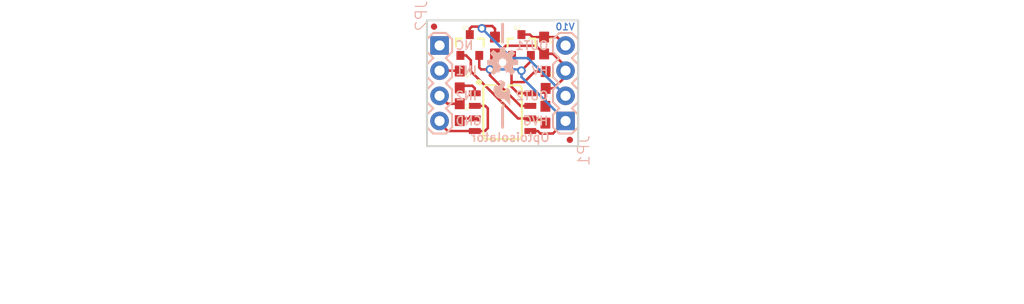
<source format=kicad_pcb>
(kicad_pcb (version 20211014) (generator pcbnew)
  (layers (0 "F.Cu" signal) (31 "B.Cu" signal) (34 "B.Paste" user) (35 "F.Paste" user) (36 "B.SilkS" user "B.Silkscreen") (37 "F.SilkS" user "F.Silkscreen") (38 "B.Mask" user) (39 "F.Mask" user) (44 "Edge.Cuts" user))
  (net 0 "")
  (net 1 "N$1")
  (net 2 "N$2")
  (net 3 "GND")
  (net 4 "VCC")
  (net 5 "HV-GND")
  (net 6 "IN2")
  (net 7 "IN1")
  (net 8 "OUT2N")
  (net 9 "OUT1N")
  (net 10 "OUT1")
  (net 11 "OUT2")
  (footprint "boardEagle:0603" (layer "F.Cu") (at 152.6921 101.1936 -90)
    (fp_text reference "R6" (at -0.889 -0.6985 90) (layer "F.SilkS") (effects (font (size 0.367386 0.367386) (thickness 0.039014)) (justify right)))
    (fp_text value "10k")
    (pad "1" smd roundrect (at -0.85 0 270) (size 1.1 1) (layers "F.Cu" "F.Paste" "F.Mask") (roundrect_rratio 0.0508) (net 10 "OUT1"))
    (pad "2" smd roundrect (at 0.85 0 270) (size 1.1 1) (layers "F.Cu" "F.Paste" "F.Mask") (roundrect_rratio 0.0508) (net 4 "VCC"))
  )
  (footprint "boardEagle:0603" (layer "F.Cu") (at 144.1831 104.6226 -90)
    (fp_text reference "R1" (at -0.889 -0.762 90) (layer "F.SilkS") (effects (font (size 0.367386 0.367386) (thickness 0.039014)) (justify right)))
    (fp_text value "220")
    (pad "1" smd roundrect (at -0.85 0 270) (size 1.1 1) (layers "F.Cu" "F.Paste" "F.Mask") (roundrect_rratio 0.0508) (net 7 "IN1"))
    (pad "2" smd roundrect (at 0.85 0 270) (size 1.1 1) (layers "F.Cu" "F.Paste" "F.Mask") (roundrect_rratio 0.0508) (net 1 "N$1"))
  )
  (footprint "boardEagle:MICRO-FIDUCIAL" (layer "F.Cu") (at 141.5923 99.2886)
    (fp_text reference "U$2" hide)
    (fp_text value "FIDUCIALUFIDUCIAL" hide)
    (pad "1" smd roundrect (at 0 0) (size 0.635 0.635) (layers "F.Cu" "F.Mask") (roundrect_rratio 0.5))
  )
  (footprint "boardEagle:0603" (layer "F.Cu") (at 147.7391 101.1936 -90)
    (fp_text reference "R5" (at -0.889 -0.6985 90) (layer "F.SilkS") (effects (font (size 0.367386 0.367386) (thickness 0.039014)) (justify right)))
    (fp_text value "10k")
    (pad "1" smd roundrect (at -0.85 0 270) (size 1.1 1) (layers "F.Cu" "F.Paste" "F.Mask") (roundrect_rratio 0.0508) (net 11 "OUT2"))
    (pad "2" smd roundrect (at 0.85 0 270) (size 1.1 1) (layers "F.Cu" "F.Paste" "F.Mask") (roundrect_rratio 0.0508) (net 4 "VCC"))
  )
  (footprint "boardEagle:0603" (layer "F.Cu") (at 144.1831 107.9246 -90)
    (fp_text reference "R2" (at -0.889 -0.762 90) (layer "F.SilkS") (effects (font (size 0.367386 0.367386) (thickness 0.039014)) (justify right)))
    (fp_text value "220")
    (pad "1" smd roundrect (at -0.85 0 270) (size 1.1 1) (layers "F.Cu" "F.Paste" "F.Mask") (roundrect_rratio 0.0508) (net 6 "IN2"))
    (pad "2" smd roundrect (at 0.85 0 270) (size 1.1 1) (layers "F.Cu" "F.Paste" "F.Mask") (roundrect_rratio 0.0508) (net 2 "N$2"))
  )
  (footprint "boardEagle:SO08" (layer "F.Cu") (at 148.5011 107.9246 -90)
    (fp_text reference "U1" (at -1.27 0 90) (layer "F.SilkS") (effects (font (size 0.367386 0.367386) (thickness 0.039014)) (justify right)))
    (fp_text value "ILD213T-IDL213T")
    (fp_line (start -2.7178 -1.4526) (end -2.7178 -0.6096) (layer "F.SilkS") (width 0.2032))
    (fp_line (start -2.7178 1.6653) (end -2.7178 0.6604) (layer "F.SilkS") (width 0.2032))
    (fp_line (start -2.3368 1.9463) (end 2.4368 1.9463) (layer "F.SilkS") (width 0.2032))
    (fp_line (start 2.3368 -1.9463) (end -2.3368 -1.9463) (layer "F.SilkS") (width 0.2032))
    (fp_line (start 2.7178 1.5653) (end 2.7178 -1.5653) (layer "F.SilkS") (width 0.2032))
    (fp_arc (start -2.667 -0.6096) (mid -2.032 0.0254) (end -2.667 0.6604) (layer "F.SilkS") (width 0.2032))
    (fp_arc (start -2.7178 -1.4653) (mid -2.626948 -1.784731) (end -2.3368 -1.9463) (layer "F.SilkS") (width 0.2032))
    (fp_arc (start 2.7178 1.5653) (mid 2.656208 1.813997) (end 2.4368 1.9463) (layer "F.SilkS") (width 0.2032))
    (fp_arc (start -2.336799 1.946301) (mid -2.58554 1.884767) (end -2.7178 1.6653) (layer "F.SilkS") (width 0.2032))
    (fp_arc (start 2.3368 -1.9463) (mid 2.606237 -1.834736) (end 2.7178 -1.565298) (layer "F.SilkS") (width 0.2032))
    (fp_poly (pts (xy -2.790902 2.155718) (xy -2.721722 2.259252) (xy -2.697429 2.38138) (xy -2.790718 2.606598) (xy -2.894252 2.675778) (xy -3.01638 2.700071) (xy -3.241598 2.606782) (xy -3.310778 2.503248) (xy -3.335071 2.38112) (xy -3.241782 2.155902) (xy -3.138248 2.086722) (xy -3.01612 2.062429)) (layer "F.SilkS") (width 0) (fill solid))
    (pad "1" smd roundrect (at -1.905 2.8 270) (size 0.6 1.2) (layers "F.Cu" "F.Paste" "F.Mask") (roundrect_rratio 0.08466666667) (net 1 "N$1"))
    (pad "2" smd roundrect (at -0.635 2.8 270) (size 0.6 1.2) (layers "F.Cu" "F.Paste" "F.Mask") (roundrect_rratio 0.08466666667) (net 3 "GND"))
    (pad "3" smd roundrect (at 0.635 2.8 270) (size 0.6 1.2) (layers "F.Cu" "F.Paste" "F.Mask") (roundrect_rratio 0.08466666667) (net 2 "N$2"))
    (pad "4" smd roundrect (at 1.905 2.8 270) (size 0.6 1.2) (layers "F.Cu" "F.Paste" "F.Mask") (roundrect_rratio 0.08466666667) (net 3 "GND"))
    (pad "5" smd roundrect (at 1.905 -2.8 270) (size 0.6 1.2) (layers "F.Cu" "F.Paste" "F.Mask") (roundrect_rratio 0.08466666667) (net 5 "HV-GND"))
    (pad "6" smd roundrect (at 0.635 -2.8 270) (size 0.6 1.2) (layers "F.Cu" "F.Paste" "F.Mask") (roundrect_rratio 0.08466666667) (net 8 "OUT2N"))
    (pad "7" smd roundrect (at -0.635 -2.8 270) (size 0.6 1.2) (layers "F.Cu" "F.Paste" "F.Mask") (roundrect_rratio 0.08466666667) (net 5 "HV-GND"))
    (pad "8" smd roundrect (at -1.905 -2.8 270) (size 0.6 1.2) (layers "F.Cu" "F.Paste" "F.Mask") (roundrect_rratio 0.08466666667) (net 9 "OUT1N"))
  )
  (footprint "boardEagle:SOT23-3" (layer "F.Cu") (at 145.1991 101.1936)
    (fp_text reference "Q1" (at -0.8255 -1.778) (layer "F.SilkS") (effects (font (size 0.376489 0.376489) (thickness 0.029911)) (justify left)))
    (fp_text value "NPN")
    (fp_line (start -1.4 -0.7) (end -1.4 0.1) (layer "F.SilkS") (width 0.2032))
    (fp_line (start -0.8 -0.7) (end -1.4 -0.7) (layer "F.SilkS") (width 0.2032))
    (fp_line (start 0.8 -0.7) (end 1.4 -0.7) (layer "F.SilkS") (width 0.2032))
    (fp_line (start 1.4 -0.7) (end 1.4 0.1) (layer "F.SilkS") (width 0.2032))
    (pad "1" smd roundrect (at -0.95 1) (size 0.8 0.9) (layers "F.Cu" "F.Paste" "F.Mask") (roundrect_rratio 0.0635) (net 8 "OUT2N"))
    (pad "2" smd roundrect (at 0.95 1) (size 0.8 0.9) (layers "F.Cu" "F.Paste" "F.Mask") (roundrect_rratio 0.0635) (net 5 "HV-GND"))
    (pad "3" smd roundrect (at 0 -1.1) (size 0.8 0.9) (layers "F.Cu" "F.Paste" "F.Mask") (roundrect_rratio 0.0635) (net 11 "OUT2"))
  )
  (footprint "boardEagle:SOT23-3" (layer "F.Cu") (at 150.4061 101.1936)
    (fp_text reference "Q2" (at -0.8255 -1.778) (layer "F.SilkS") (effects (font (size 0.376489 0.376489) (thickness 0.029911)) (justify left)))
    (fp_text value "NPN")
    (fp_line (start 0.8 -0.7) (end 1.4 -0.7) (layer "F.SilkS") (width 0.2032))
    (fp_line (start 1.4 -0.7) (end 1.4 0.1) (layer "F.SilkS") (width 0.2032))
    (fp_line (start -0.8 -0.7) (end -1.4 -0.7) (layer "F.SilkS") (width 0.2032))
    (fp_line (start -1.4 -0.7) (end -1.4 0.1) (layer "F.SilkS") (width 0.2032))
    (pad "1" smd roundrect (at -0.95 1) (size 0.8 0.9) (layers "F.Cu" "F.Paste" "F.Mask") (roundrect_rratio 0.0635) (net 9 "OUT1N"))
    (pad "2" smd roundrect (at 0.95 1) (size 0.8 0.9) (layers "F.Cu" "F.Paste" "F.Mask") (roundrect_rratio 0.0635) (net 5 "HV-GND"))
    (pad "3" smd roundrect (at 0 -1.1) (size 0.8 0.9) (layers "F.Cu" "F.Paste" "F.Mask") (roundrect_rratio 0.0635) (net 10 "OUT1"))
  )
  (footprint "boardEagle:0603" (layer "F.Cu") (at 152.8445 104.6734 -90)
    (fp_text reference "R3" (at -0.889 -0.6985 90) (layer "F.SilkS") (effects (font (size 0.367386 0.367386) (thickness 0.039014)) (justify right)))
    (fp_text value "10k")
    (pad "1" smd roundrect (at -0.85 0 270) (size 1.1 1) (layers "F.Cu" "F.Paste" "F.Mask") (roundrect_rratio 0.0508) (net 9 "OUT1N"))
    (pad "2" smd roundrect (at 0.85 0 270) (size 1.1 1) (layers "F.Cu" "F.Paste" "F.Mask") (roundrect_rratio 0.0508) (net 4 "VCC"))
  )
  (footprint "boardEagle:CREATIVE_COMMONS" (layer "F.Cu") (at 118.159513 124.0536)
    (fp_text reference "FRAME1" hide)
    (fp_text value "" hide)
  )
  (footprint "boardEagle:MICRO-FIDUCIAL" (layer "F.Cu") (at 155.2829 110.7186)
    (fp_text reference "U$3" hide)
    (fp_text value "FIDUCIALUFIDUCIAL" hide)
    (pad "1" smd roundrect (at 0 0) (size 0.635 0.635) (layers "F.Cu" "F.Mask") (roundrect_rratio 0.5))
  )
  (footprint "boardEagle:0603" (layer "F.Cu") (at 152.8191 108.1786 90)
    (fp_text reference "R4" (at -0.889 -0.6985 90) (layer "F.SilkS") (effects (font (size 0.367386 0.367386) (thickness 0.039014)) (justify left)))
    (fp_text value "10k")
    (pad "1" smd roundrect (at -0.85 0 90) (size 1.1 1) (layers "F.Cu" "F.Paste" "F.Mask") (roundrect_rratio 0.0508) (net 8 "OUT2N"))
    (pad "2" smd roundrect (at 0.85 0 90) (size 1.1 1) (layers "F.Cu" "F.Paste" "F.Mask") (roundrect_rratio 0.0508) (net 4 "VCC"))
  )
  (footprint "boardEagle:OSHW-LOGO-S" (layer "B.Cu") (at 148.5044 102.902257 180)
    (fp_text reference "LOGO1" hide)
    (fp_text value "OSHW-LOGOS" hide)
    (fp_poly (pts (xy 0.301647 1.061351) (xy 0.42347 1.022344) (xy 0.537177 0.963769) (xy 0.92862 1.282946) (xy 1.282946 0.92862) (xy 0.961035 0.533823) (xy 1.057046 0.302084) (xy 1.5638 0.250561) (xy 1.5638 -0.250561) (xy 1.057046 -0.302084) (xy 0.961035 -0.533823) (xy 1.282946 -0.92862) (xy 0.92862 -1.282946) (xy 0.537177 -0.96377) (xy 0.356601 -1.056794) (xy 0.088679 -0.410073) (xy 0.326262 -0.2176) (xy 0.373649 -0.121468) (xy 0.392729 -0.010339) (xy 0.379464 0.101634) (xy 0.334947 0.205229) (xy 0.262842 0.291918) (xy 0.169087 0.354561) (xy 0.061406 0.387999) (xy -0.051342 0.38948) (xy -0.159868 0.358881) (xy -0.255234 0.298724) (xy -0.329589 0.213962) (xy -0.376813 0.111569) (xy -0.392176 0.005767) (xy -0.322923 -0.222565) (xy -0.249312 -0.303773) (xy 0.091677 -0.5081) (xy -0.12929 -0.5081) (xy -0.355332 -1.053732) (xy -0.506597 -0.983577) (xy -0.538922 -0.965192) (xy -0.92862 -1.282946) (xy -1.282946 -0.92862) (xy -0.961035 -0.533823) (xy -1.057046 -0.302084) (xy -1.5638 -0.250561) (xy -1.5638 0.250561) (xy -1.057046 0.302084) (xy -0.961035 0.533823) (xy -1.282946 0.92862) (xy -0.92862 1.282946) (xy -0.533823 0.961035) (xy -0.302084 1.057046) (xy -0.250561 1.5638) (xy 0.250561 1.5638)) (layer "B.SilkS") (width 0) (fill solid))
  )
  (footprint "boardEagle:SFE_LOGO_FLAME_.1" (layer "B.Cu") (at 149.591521 107.603291 180)
    (fp_text reference "LOGO2" hide)
    (fp_text value "SFE_LOGO_FLAME.1_INCH" hide)
    (fp_poly (pts (xy 1.401686 2.874747) (xy 1.482236 2.834472) (xy 1.542639 2.804271) (xy 1.583284 2.773787) (xy 1.602071 2.755) (xy 1.57882 2.755) (xy 1.55882 2.765) (xy 1.500617 2.765) (xy 1.461097 2.75512) (xy 1.411636 2.745228) (xy 1.37264 2.72573) (xy 1.333685 2.696514) (xy 1.314332 2.667484) (xy 1.30463 2.64808) (xy 1.295 2.61919) (xy 1.295 2.560617) (xy 1.304641 2.522052) (xy 1.343884 2.463188) (xy 1.403288 2.403784) (xy 1.442888 2.374084) (xy 1.472516 2.354332) (xy 1.511743 2.334719) (xy 1.590617 2.315) (xy 1.61919 2.315) (xy 1.647297 2.324369) (xy 1.675892 2.352964) (xy 1.68537 2.37192) (xy 1.695 2.40081) (xy 1.695 2.499021) (xy 1.78326 2.443859) (xy 1.864003 2.353022) (xy 1.934549 2.242165) (xy 1.984851 2.091257) (xy 2.015027 1.930319) (xy 2.004962 1.759209) (xy 1.954676 1.56812) (xy 1.854184 1.387235) (xy 1.783756 1.296685) (xy 1.703418 1.216347) (xy 1.622956 1.145943) (xy 1.522229 1.085506) (xy 1.421591 1.045251) (xy 1.311072 1.01511) (xy 1.190414 0.995) (xy 1.000414 0.995) (xy 0.941757 0.985224) (xy 0.843104 0.926032) (xy 0.743664 0.826592) (xy 0.683796 0.756746) (xy 0.623671 0.6866) (xy 0.563536 0.626464) (xy 0.503691 0.566619) (xy 0.453696 0.506625) (xy 0.403968 0.456896) (xy 0.373971 0.4069) (xy 0.343536 0.376464) (xy 0.325 0.357928) (xy 0.325 0.355) (xy 0.315 0.355) (xy 0.315 1.730311) (xy 0.325086 1.811003) (xy 0.345373 1.882007) (xy 0.375713 1.932572) (xy 0.406175 1.983343) (xy 0.456938 2.023953) (xy 0.497529 2.054397) (xy 0.548569 2.074813) (xy 0.599098 2.084919) (xy 0.659586 2.095) (xy 0.78118 2.095) (xy 0.802236 2.084472) (xy 0.828441 2.07137) (xy 0.812962 2.055891) (xy 0.771918 2.035369) (xy 0.742703 2.025631) (xy 0.684369 1.967297) (xy 0.675 1.93919) (xy 0.675 1.90081) (xy 0.684531 1.872218) (xy 0.703884 1.843188) (xy 0.762812 1.78426) (xy 0.811428 1.764814) (xy 0.860496 1.755) (xy 0.939383 1.755) (xy 1.017948 1.774641) (xy 1.076582 1.813731) (xy 1.115539 1.862427) (xy 1.135 1.92081) (xy 1.135 1.989092) (xy 1.105698 2.06723) (xy 1.036361 2.136568) (xy 0.95625 2.226693) (xy 0.885887 2.307107) (xy 0.835277 2.398207) (xy 0.815 2.489451) (xy 0.815 2.570811) (xy 0.845445 2.662146) (xy 0.89623 2.743402) (xy 0.98725 2.814195) (xy 1.098313 2.874775) (xy 1.209549 2.895) (xy 1.310549 2.895)) (layer "B.SilkS") (width 0) (fill solid))
  )
  (footprint "boardEagle:1X04" (layer "B.Cu") (at 154.8511 108.8136 90)
    (fp_text reference "JP1" (at -1.3462 1.8288 90) (layer "B.SilkS") (effects (font (size 1.1557 1.1557) (thickness 0.1143)) (justify left mirror)))
    (fp_text value "")
    (fp_line (start 6.985 1.27) (end 6.35 0.635) (layer "B.SilkS") (width 0.2032))
    (fp_line (start 6.985 1.27) (end 8.255 1.27) (layer "B.SilkS") (width 0.2032))
    (fp_line (start 3.175 1.27) (end 3.81 0.635) (layer "B.SilkS") (width 0.2032))
    (fp_line (start 5.715 1.27) (end 6.35 0.635) (layer "B.SilkS") (width 0.2032))
    (fp_line (start 0.635 -1.27) (end -0.635 -1.27) (layer "B.SilkS") (width 0.2032))
    (fp_line (start 8.89 0.635) (end 8.89 -0.635) (layer "B.SilkS") (width 0.2032))
    (fp_line (start -1.27 0.635) (end -1.27 -0.635) (layer "B.SilkS") (width 0.2032))
    (fp_line (start 0.635 1.27) (end 1.27 0.635) (layer "B.SilkS") (width 0.2032))
    (fp_line (start -0.635 1.27) (end 0.635 1.27) (layer "B.SilkS") (width 0.2032))
    (fp_line (start -0.635 1.27) (end -1.27 0.635) (layer "B.SilkS") (width 0.2032))
    (fp_line (start 1.905 -1.27) (end 1.27 -0.635) (layer "B.SilkS") (width 0.2032))
    (fp_line (start 3.81 0.635) (end 4.445 1.27) (layer "B.SilkS") (width 0.2032))
    (fp_line (start 8.89 -0.635) (end 8.255 -1.27) (layer "B.SilkS") (width 0.2032))
    (fp_line (start 3.81 -0.635) (end 3.175 -1.27) (layer "B.SilkS") (width 0.2032))
    (fp_line (start 1.27 -0.635) (end 0.635 -1.27) (layer "B.SilkS") (width 0.2032))
    (fp_line (start 4.445 -1.27) (end 3.81 -0.635) (layer "B.SilkS") (width 0.2032))
    (fp_line (start 6.35 -0.635) (end 6.985 -1.27) (layer "B.SilkS") (width 0.2032))
    (fp_line (start 6.35 -0.635) (end 5.715 -1.27) (layer "B.SilkS") (width 0.2032))
    (fp_line (start 3.175 -1.27) (end 1.905 -1.27) (layer "B.SilkS") (width 0.2032))
    (fp_line (start 1.27 0.635) (end 1.905 1.27) (layer "B.SilkS") (width 0.2032))
    (fp_line (start -1.27 -0.635) (end -0.635 -1.27) (layer "B.SilkS") (width 0.2032))
    (fp_line (start 5.715 -1.27) (end 4.445 -1.27) (layer "B.SilkS") (width 0.2032))
    (fp_line (start 1.905 1.27) (end 3.175 1.27) (layer "B.SilkS") (width 0.2032))
    (fp_line (start 8.255 -1.27) (end 6.985 -1.27) (layer "B.SilkS") (width 0.2032))
    (fp_line (start 8.255 1.27) (end 8.89 0.635) (layer "B.SilkS") (width 0.2032))
    (fp_line (start 4.445 1.27) (end 5.715 1.27) (layer "B.SilkS") (width 0.2032))
    (pad "1" thru_hole rect (at 0 0) (size 1.8796 1.8796) (drill 1.016) (layers *.Cu *.Mask) (net 5 "HV-GND"))
    (pad "2" thru_hole circle (at 2.54 0) (size 1.8796 1.8796) (drill 1.016) (layers *.Cu *.Mask) (net 11 "OUT2"))
    (pad "3" thru_hole circle (at 5.08 0) (size 1.8796 1.8796) (drill 1.016) (layers *.Cu *.Mask) (net 4 "VCC"))
    (pad "4" thru_hole circle (at 7.62 0) (size 1.8796 1.8796) (drill 1.016) (layers *.Cu *.Mask) (net 10 "OUT1"))
  )
  (footprint "boardEagle:1X04" (layer "B.Cu") (at 142.1511 101.1936 -90)
    (fp_text reference "JP2" (at -1.3462 1.8288 -270) (layer "B.SilkS") (effects (font (size 1.1557 1.1557) (thickness 0.1143)) (justify right mirror)))
    (fp_text value "")
    (fp_line (start 3.175 -1.27) (end 1.905 -1.27) (layer "B.SilkS") (width 0.2032))
    (fp_line (start 4.445 1.27) (end 5.715 1.27) (layer "B.SilkS") (width 0.2032))
    (fp_line (start -1.27 0.635) (end -1.27 -0.635) (layer "B.SilkS") (width 0.2032))
    (fp_line (start 6.35 -0.635) (end 6.985 -1.27) (layer "B.SilkS") (width 0.2032))
    (fp_line (start 8.255 1.27) (end 8.89 0.635) (layer "B.SilkS") (width 0.2032))
    (fp_line (start 0.635 -1.27) (end -0.635 -1.27) (layer "B.SilkS") (width 0.2032))
    (fp_line (start 3.175 1.27) (end 3.81 0.635) (layer "B.SilkS") (width 0.2032))
    (fp_line (start 4.445 -1.27) (end 3.81 -0.635) (layer "B.SilkS") (width 0.2032))
    (fp_line (start 6.985 1.27) (end 8.255 1.27) (layer "B.SilkS") (width 0.2032))
    (fp_line (start 1.27 0.635) (end 1.905 1.27) (layer "B.SilkS") (width 0.2032))
    (fp_line (start -0.635 1.27) (end -1.27 0.635) (layer "B.SilkS") (width 0.2032))
    (fp_line (start 8.255 -1.27) (end 6.985 -1.27) (layer "B.SilkS") (width 0.2032))
    (fp_line (start 6.35 -0.635) (end 5.715 -1.27) (layer "B.SilkS") (width 0.2032))
    (fp_line (start 0.635 1.27) (end 1.27 0.635) (layer "B.SilkS") (width 0.2032))
    (fp_line (start 3.81 0.635) (end 4.445 1.27) (layer "B.SilkS") (width 0.2032))
    (fp_line (start 1.905 1.27) (end 3.175 1.27) (layer "B.SilkS") (width 0.2032))
    (fp_line (start 3.81 -0.635) (end 3.175 -1.27) (layer "B.SilkS") (width 0.2032))
    (fp_line (start 5.715 -1.27) (end 4.445 -1.27) (layer "B.SilkS") (width 0.2032))
    (fp_line (start -1.27 -0.635) (end -0.635 -1.27) (layer "B.SilkS") (width 0.2032))
    (fp_line (start 5.715 1.27) (end 6.35 0.635) (layer "B.SilkS") (width 0.2032))
    (fp_line (start -0.635 1.27) (end 0.635 1.27) (layer "B.SilkS") (width 0.2032))
    (fp_line (start 8.89 0.635) (end 8.89 -0.635) (layer "B.SilkS") (width 0.2032))
    (fp_line (start 1.905 -1.27) (end 1.27 -0.635) (layer "B.SilkS") (width 0.2032))
    (fp_line (start 6.985 1.27) (end 6.35 0.635) (layer "B.SilkS") (width 0.2032))
    (fp_line (start 1.27 -0.635) (end 0.635 -1.27) (layer "B.SilkS") (width 0.2032))
    (fp_line (start 8.89 -0.635) (end 8.255 -1.27) (layer "B.SilkS") (width 0.2032))
    (pad "1" thru_hole rect (at 0 0 180) (size 1.8796 1.8796) (drill 1.016) (layers *.Cu *.Mask))
    (pad "2" thru_hole circle (at 2.54 0 180) (size 1.8796 1.8796) (drill 1.016) (layers *.Cu *.Mask) (net 7 "IN1"))
    (pad "3" thru_hole circle (at 5.08 0 180) (size 1.8796 1.8796) (drill 1.016) (layers *.Cu *.Mask) (net 6 "IN2"))
    (pad "4" thru_hole circle (at 7.62 0 180) (size 1.8796 1.8796) (drill 1.016) (layers *.Cu *.Mask) (net 3 "GND"))
  )
  (gr_line (start 148.5011 107.442) (end 148.5011 109.4486) (layer "B.SilkS") (width 0.3048))
  (gr_line (start 148.5011 99.0346) (end 148.5011 100.838) (layer "B.SilkS") (width 0.3048))
  (gr_line (start 140.8811 98.6536) (end 140.8811 111.3536) (layer "Edge.Cuts") (width 0.2032))
  (gr_line (start 140.8811 111.3536) (end 156.1211 111.3536) (layer "Edge.Cuts") (width 0.2032))
  (gr_line (start 156.1211 111.3536) (end 156.1211 98.6536) (layer "Edge.Cuts") (width 0.2032))
  (gr_line (start 156.1211 98.6536) (end 140.8811 98.6536) (layer "Edge.Cuts") (width 0.2032))
  (gr_text "V10" (at 155.8417 99.705163) (layer "B.Cu") (effects (font (size 0.69088 0.69088) (thickness 0.12192)) (justify left bottom mirror)))
  (gr_text "IN2" (at 143.6751 105.7656) (layer "B.SilkS") (effects (font (size 0.8636 0.8636) (thickness 0.1524)) (justify right top mirror)))
  (gr_text "GND" (at 143.6751 108.3056) (layer "B.SilkS") (effects (font (size 0.8636 0.8636) (thickness 0.1524)) (justify right top mirror)))
  (gr_text "HV" (at 153.2001 104.2416) (layer "B.SilkS") (effects (font (size 0.8636 0.8636) (thickness 0.1524)) (justify left bottom mirror)))
  (gr_text "OUT2" (at 153.2001 106.7816) (layer "B.SilkS") (effects (font (size 0.8636 0.8636) (thickness 0.1524)) (justify left bottom mirror)))
  (gr_text "HVG" (at 153.2001 109.3216) (layer "B.SilkS") (effects (font (size 0.8636 0.8636) (thickness 0.1524)) (justify left bottom mirror)))
  (gr_text "OUT1" (at 153.2001 101.7016) (layer "B.SilkS") (effects (font (size 0.8636 0.8636) (thickness 0.1524)) (justify left bottom mirror)))
  (gr_text "IN1" (at 143.6751 103.2256) (layer "B.SilkS") (effects (font (size 0.8636 0.8636) (thickness 0.1524)) (justify right top mirror)))
  (gr_text "Optoisolator" (at 153.3271 110.9726) (layer "B.SilkS") (effects (font (size 0.8636 0.8636) (thickness 0.1524)) (justify left bottom mirror)))
  (gr_text "NC" (at 143.6751 100.6856) (layer "B.SilkS") (effects (font (size 0.8636 0.8636) (thickness 0.1524)) (justify right top mirror)))
  (segment (start 145.4531 105.2576) (end 144.3981 105.2576) (width 0.254) (layer "F.Cu") (net 1))
  (segment (start 144.3981 105.2576) (end 144.1831 105.4726) (width 0.254) (layer "F.Cu") (net 1))
  (segment (start 145.7011 105.5056) (end 145.4531 105.2576) (width 0.254) (layer "F.Cu") (net 1))
  (segment (start 145.7011 106.0196) (end 145.7011 105.5056) (width 0.254) (layer "F.Cu") (net 1))
  (segment (start 144.3981 108.5596) (end 144.1831 108.7746) (width 0.254) (layer "F.Cu") (net 2))
  (segment (start 145.7011 108.5596) (end 144.3981 108.5596) (width 0.254) (layer "F.Cu") (net 2))
  (segment (start 145.7011 107.2896) (end 146.7612 107.2896) (width 0.254) (layer "F.Cu") (net 3))
  (segment (start 142.1511 109.009182) (end 142.1511 108.8136) (width 0.254) (layer "F.Cu") (net 3))
  (segment (start 145.7011 109.8296) (end 146.715481 109.8296) (width 0.254) (layer "F.Cu") (net 3))
  (segment (start 142.971518 109.8296) (end 142.1511 109.009182) (width 0.254) (layer "F.Cu") (net 3))
  (segment (start 146.7612 107.2896) (end 147.0152 107.5436) (width 0.254) (layer "F.Cu") (net 3))
  (segment (start 146.715481 109.8296) (end 147.0152 109.529882) (width 0.254) (layer "F.Cu") (net 3))
  (segment (start 145.7011 109.8296) (end 142.971518 109.8296) (width 0.254) (layer "F.Cu") (net 3))
  (segment (start 147.0152 107.5436) (end 147.0152 109.529882) (width 0.254) (layer "F.Cu") (net 3))
  (segment (start 152.8191 107.3286) (end 152.8445 107.3032) (width 0.254) (layer "F.Cu") (net 4))
  (segment (start 148.823681 101.219) (end 151.8675 101.219) (width 0.254) (layer "F.Cu") (net 4))
  (segment (start 154.8511 103.3018) (end 153.5811 102.0318) (width 0.254) (layer "F.Cu") (net 4))
  (segment (start 154.8511 104.325419) (end 154.8511 103.7336) (width 0.254) (layer "F.Cu") (net 4))
  (segment (start 153.653118 105.5234) (end 154.8511 104.325419) (width 0.254) (layer "F.Cu") (net 4))
  (segment (start 151.8675 101.219) (end 152.6921 102.0436) (width 0.254) (layer "F.Cu") (net 4))
  (segment (start 152.8445 107.3032) (end 152.8445 105.5234) (width 0.254) (layer "F.Cu") (net 4))
  (segment (start 152.7039 102.0318) (end 152.6921 102.0436) (width 0.254) (layer "F.Cu") (net 4))
  (segment (start 148.518881 101.5238) (end 148.823681 101.219) (width 0.254) (layer "F.Cu") (net 4))
  (segment (start 148.518881 101.9048) (end 148.518881 101.5238) (width 0.254) (layer "F.Cu") (net 4))
  (segment (start 154.8511 103.7336) (end 154.8511 103.3018) (width 0.254) (layer "F.Cu") (net 4))
  (segment (start 153.5811 102.0318) (end 152.7039 102.0318) (width 0.254) (layer "F.Cu") (net 4))
  (segment (start 148.380081 102.0436) (end 148.518881 101.9048) (width 0.254) (layer "F.Cu") (net 4))
  (segment (start 147.7391 102.0436) (end 148.380081 102.0436) (width 0.254) (layer "F.Cu") (net 4))
  (segment (start 152.8445 105.5234) (end 153.653118 105.5234) (width 0.254) (layer "F.Cu") (net 4))
  (segment (start 153.5811 110.0836) (end 154.8511 108.8136) (width 0.254) (layer "F.Cu") (net 5))
  (segment (start 147.2311 104.2162) (end 147.2311 103.6066) (width 0.254) (layer "F.Cu") (net 5))
  (segment (start 150.4061 103.7336) (end 151.3561 102.7836) (width 0.254) (layer "F.Cu") (net 5))
  (segment (start 152.0571 109.8296) (end 152.3111 110.0836) (width 0.254) (layer "F.Cu") (net 5))
  (segment (start 151.3561 102.7836) (end 151.3561 102.1936) (width 0.254) (layer "F.Cu") (net 5))
  (segment (start 152.3111 110.0836) (end 153.5811 110.0836) (width 0.254) (layer "F.Cu") (net 5))
  (segment (start 150.3045 107.2896) (end 147.2311 104.2162) (width 0.254) (layer "F.Cu") (net 5))
  (segment (start 146.1491 103.421219) (end 146.334481 103.6066) (width 0.254) (layer "F.Cu") (net 5))
  (segment (start 151.3011 107.2896) (end 150.3045 107.2896) (width 0.254) (layer "F.Cu") (net 5))
  (segment (start 146.1491 102.1936) (end 146.1491 103.421219) (width 0.254) (layer "F.Cu") (net 5))
  (segment (start 146.334481 103.6066) (end 147.2311 103.6066) (width 0.254) (layer "F.Cu") (net 5))
  (segment (start 151.3011 109.8296) (end 152.0571 109.8296) (width 0.254) (layer "F.Cu") (net 5))
  (via (at 150.4061 103.7336) (size 0.8636) (drill 0.508) (layers "F.Cu" "B.Cu") (net 5))
  (via (at 147.2311 103.6066) (size 0.8636) (drill 0.508) (layers "F.Cu" "B.Cu") (net 5))
  (segment (start 150.2791 103.6066) (end 150.4061 103.7336) (width 0.254) (layer "B.Cu") (net 5))
  (segment (start 154.8511 108.8136) (end 150.4061 104.3686) (width 0.254) (layer "B.Cu") (net 5))
  (segment (start 150.4061 104.3686) (end 150.4061 103.7336) (width 0.254) (layer "B.Cu") (net 5))
  (segment (start 147.2311 103.6066) (end 150.2791 103.6066) (width 0.254) (layer "B.Cu") (net 5))
  (segment (start 143.42454 107.0746) (end 144.1831 107.0746) (width 0.254) (layer "F.Cu") (net 6))
  (segment (start 142.9512 107.0737) (end 143.42364 107.0737) (width 0.254) (layer "F.Cu") (net 6))
  (segment (start 143.42364 107.0737) (end 143.42454 107.0746) (width 0.254) (layer "F.Cu") (net 6))
  (segment (start 142.1511 106.2736) (end 142.9512 107.0737) (width 0.254) (layer "F.Cu") (net 6))
  (segment (start 142.1511 103.7336) (end 144.1441 103.7336) (width 0.254) (layer "F.Cu") (net 7))
  (segment (start 144.1441 103.7336) (end 144.1831 103.7726) (width 0.254) (layer "F.Cu") (net 7))
  (segment (start 152.4771 108.6866) (end 152.8191 109.0286) (width 0.254) (layer "F.Cu") (net 8))
  (segment (start 150.058118 108.5596) (end 145.30324 103.804722) (width 0.254) (layer "F.Cu") (net 8))
  (segment (start 151.3011 108.5596) (end 150.058118 108.5596) (width 0.254) (layer "F.Cu") (net 8))
  (segment (start 151.3011 108.5596) (end 152.0571 108.5596) (width 0.254) (layer "F.Cu") (net 8))
  (segment (start 144.2491 102.1936) (end 144.81734 102.1936) (width 0.254) (layer "F.Cu") (net 8))
  (segment (start 144.81734 102.1936) (end 145.30324 102.6795) (width 0.254) (layer "F.Cu") (net 8))
  (segment (start 152.0571 108.5596) (end 152.1841 108.6866) (width 0.254) (layer "F.Cu") (net 8))
  (segment (start 152.1841 108.6866) (end 152.4771 108.6866) (width 0.254) (layer "F.Cu") (net 8))
  (segment (start 145.30324 102.6795) (end 145.30324 103.804722) (width 0.254) (layer "F.Cu") (net 8))
  (segment (start 150.080978 106.0196) (end 150.070818 106.02976) (width 0.254) (layer "F.Cu") (net 9))
  (segment (start 149.522181 104.88676) (end 149.522181 104.88676) (width 0.254) (layer "F.Cu") (net 9))
  (segment (start 152.8445 103.8234) (end 151.756478 103.8234) (width 0.254) (layer "F.Cu") (net 9))
  (segment (start 151.3011 106.0196) (end 150.080978 106.0196) (width 0.254) (layer "F.Cu") (net 9))
  (segment (start 149.522181 104.88676) (end 149.46376 104.902413) (width 0.254) (layer "F.Cu") (net 9))
  (segment (start 149.40534 105.364282) (end 149.40534 105.0036) (width 0.254) (layer "F.Cu") (net 9))
  (segment (start 149.46376 104.902413) (end 149.420993 104.94518) (width 0.254) (layer "F.Cu") (net 9))
  (segment (start 149.4561 102.1936) (end 149.40534 102.24436) (width 0.254) (layer "F.Cu") (net 9))
  (segment (start 149.420993 104.94518) (end 149.40534 105.0036) (width 0.254) (layer "F.Cu") (net 9))
  (segment (start 150.693118 104.88676) (end 149.522181 104.88676) (width 0.254) (layer "F.Cu") (net 9))
  (segment (start 151.756478 103.8234) (end 150.693118 104.88676) (width 0.254) (layer "F.Cu") (net 9))
  (segment (start 150.070818 106.02976) (end 149.40534 105.364282) (width 0.254) (layer "F.Cu") (net 9))
  (segment (start 149.40534 102.24436) (end 149.40534 105.0036) (width 0.254) (layer "F.Cu") (net 9))
  (segment (start 152.6921 100.3436) (end 154.0011 100.3436) (width 0.254) (layer "F.Cu") (net 10))
  (segment (start 151.25954 100.0887) (end 150.411 100.0887) (width 0.254) (layer "F.Cu") (net 10))
  (segment (start 154.0011 100.3436) (end 154.8511 101.1936) (width 0.254) (layer "F.Cu") (net 10))
  (segment (start 150.411 100.0887) (end 150.4061 100.0936) (width 0.254) (layer "F.Cu") (net 10))
  (segment (start 152.6921 100.3436) (end 151.51444 100.3436) (width 0.254) (layer "F.Cu") (net 10))
  (segment (start 151.51444 100.3436) (end 151.25954 100.0887) (width 0.254) (layer "F.Cu") (net 10))
  (segment (start 147.7391 100.3436) (end 147.7391 99.50196) (width 0.254) (layer "F.Cu") (net 11))
  (segment (start 147.46224 99.2251) (end 146.6596 99.2251) (width 0.254) (layer "F.Cu") (net 11))
  (segment (start 146.6596 99.2251) (end 146.4183 99.4664) (width 0.254) (layer "F.Cu") (net 11))
  (segment (start 145.1991 99.484179) (end 145.397218 99.28606) (width 0.254) (layer "F.Cu") (net 11))
  (segment (start 147.7391 99.50196) (end 147.46224 99.2251) (width 0.254) (layer "F.Cu") (net 11))
  (segment (start 145.1991 100.0936) (end 145.1991 99.484179) (width 0.254) (layer "F.Cu") (net 11))
  (segment (start 145.397218 99.28606) (end 146.237959 99.28606) (width 0.254) (layer "F.Cu") (net 11))
  (segment (start 146.237959 99.28606) (end 146.4183 99.4664) (width 0.254) (layer "F.Cu") (net 11))
  (via (at 146.4183 99.4664) (size 0.8636) (drill 0.508) (layers "F.Cu" "B.Cu") (net 11))
  (segment (start 149.4155 102.4636) (end 146.4183 99.4664) (width 0.254) (layer "B.Cu") (net 11))
  (segment (start 154.8511 106.2736) (end 151.0411 102.4636) (width 0.254) (layer "B.Cu") (net 11))
  (segment (start 151.0411 102.4636) (end 149.4155 102.4636) (width 0.254) (layer "B.Cu") (net 11))
)
</source>
